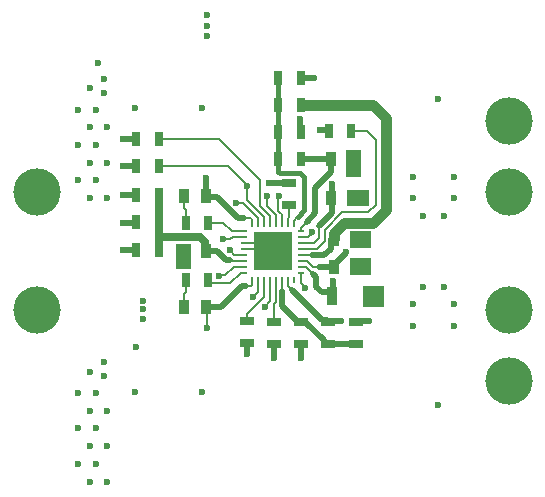
<source format=gbl>
G04*
G04 #@! TF.GenerationSoftware,Altium Limited,Altium Designer,21.9.1 (22)*
G04*
G04 Layer_Physical_Order=6*
G04 Layer_Color=16711680*
%FSLAX44Y44*%
%MOMM*%
G71*
G04*
G04 #@! TF.SameCoordinates,2345FEB6-A16B-4DA5-A685-52EC4FAC100B*
G04*
G04*
G04 #@! TF.FilePolarity,Positive*
G04*
G01*
G75*
%ADD10C,0.2000*%
%ADD22C,0.5000*%
%ADD23C,4.0000*%
%ADD24C,0.6000*%
%ADD30R,0.2300X0.6000*%
%ADD31R,0.6000X0.2300*%
%ADD32R,3.3000X3.3000*%
%ADD33R,1.3000X0.7000*%
%ADD34R,0.9000X1.6000*%
%ADD35R,0.9000X1.3000*%
%ADD36R,0.7000X1.3000*%
%ADD37C,0.7000*%
%ADD38C,0.4000*%
%ADD39C,0.9000*%
G36*
X325000Y313000D02*
X312000D01*
Y336000D01*
X325000D01*
Y313000D01*
D02*
G37*
G36*
X331000Y288000D02*
X313000D01*
Y302000D01*
X331000D01*
Y288000D01*
D02*
G37*
G36*
X333000Y253000D02*
X315071D01*
X315000Y253071D01*
Y267000D01*
X333000D01*
Y253000D01*
D02*
G37*
G36*
X181000Y235000D02*
X168000D01*
Y256392D01*
X181000D01*
Y235000D01*
D02*
G37*
G36*
X333000Y230000D02*
X315000D01*
Y244000D01*
X333000D01*
Y230000D01*
D02*
G37*
G36*
X344000Y203000D02*
X326000D01*
Y221000D01*
X344000D01*
Y203000D01*
D02*
G37*
D10*
X214000Y242000D02*
Y242500D01*
X217485Y247000D02*
X226000D01*
X214000Y242000D02*
X226000D01*
X213485Y251000D02*
X217485Y247000D01*
X283000Y265000D02*
Y266000D01*
X274000Y262000D02*
X280000D01*
X283000Y265000D01*
X254235Y284523D02*
X256257Y282500D01*
X254235Y284523D02*
Y296235D01*
X255000Y297000D01*
X320000Y190500D02*
X320500Y191000D01*
X262650Y273650D02*
Y277650D01*
X264000Y279000D02*
Y289000D01*
X262650Y277650D02*
X264000Y279000D01*
X262500Y273500D02*
X262650Y273650D01*
X225000Y291000D02*
X237500Y278500D01*
X219000Y291000D02*
X225000D01*
X228000Y293787D02*
X242500Y279287D01*
X228000Y293787D02*
Y305000D01*
X245000Y288100D02*
Y297000D01*
Y288100D02*
X252500Y280600D01*
X204485Y345000D02*
X239000Y310485D01*
Y288444D02*
Y310485D01*
Y288444D02*
X247500Y279944D01*
X242500Y273500D02*
Y279287D01*
X237500Y273500D02*
Y278500D01*
X267500Y273500D02*
Y275902D01*
X270695Y279096D01*
X270904D01*
X256257Y282500D02*
X256328D01*
X257500Y273500D02*
Y281328D01*
X256328Y282500D02*
X257500Y281328D01*
X252500Y273500D02*
Y280600D01*
X247500Y273500D02*
Y279944D01*
X208000Y260000D02*
X214082D01*
X216082Y262000D01*
X208000Y274000D02*
X215000Y267000D01*
X226000D01*
X216082Y262000D02*
X226000D01*
X226000Y278000D02*
X231178D01*
X232350Y276828D01*
Y273650D02*
Y276828D01*
Y273650D02*
X232500Y273500D01*
X274000Y267000D02*
Y270000D01*
X279000Y275000D01*
X284000Y237000D02*
X289000D01*
X279000Y242000D02*
X284000Y237000D01*
X274150Y236850D02*
X278150D01*
X284000Y231000D01*
X289000Y261000D02*
Y271385D01*
X285000Y257000D02*
X289000Y261000D01*
X293808Y258808D02*
Y268414D01*
X308393Y283000D01*
X287000Y252000D02*
X293808Y258808D01*
X228000Y169500D02*
X229743D01*
X274000Y252000D02*
X287000D01*
X308393Y283000D02*
X330393D01*
X274000Y257000D02*
X285000D01*
X274000Y237000D02*
X274150Y236850D01*
X274000Y242000D02*
X279000D01*
X282850Y247000D02*
X283350Y246500D01*
X274000Y247000D02*
X282850D01*
X329485Y352000D02*
X337000Y344485D01*
Y289607D02*
Y344485D01*
X330393Y283000D02*
X337000Y289607D01*
X316500Y352000D02*
X329485D01*
X242000Y258000D02*
X248000Y252000D01*
X242000Y258000D02*
X242000D01*
X226000Y257000D02*
X242000D01*
X248000Y252000D02*
X250000Y250000D01*
X262500Y220500D02*
X266000Y217000D01*
X262500Y220500D02*
Y225500D01*
X257500Y216500D02*
X258000Y216000D01*
X252500Y206843D02*
Y225500D01*
X251000Y205343D02*
X252500Y206843D01*
X257500Y216500D02*
Y225500D01*
X247500Y207500D02*
Y225500D01*
X243000Y203000D02*
X247500Y207500D01*
X251000Y190500D02*
Y205343D01*
X296388Y191112D02*
X297000Y190500D01*
X213799Y223000D02*
X222649Y231850D01*
X204765Y229765D02*
X209848D01*
X198000Y223000D02*
X213799D01*
X204000Y229000D02*
X204765Y229765D01*
X195500Y225500D02*
Y226000D01*
X209848Y229765D02*
X217082Y237000D01*
X195500Y225500D02*
X198000Y223000D01*
X217082Y237000D02*
X226000D01*
X225850Y231850D02*
X226000Y232000D01*
X222649Y231850D02*
X225850D01*
X226000Y247000D02*
X226000Y247000D01*
X227295Y220600D02*
X231178D01*
X227295Y220600D02*
X227295Y220600D01*
X195500Y274000D02*
X208000D01*
X233000Y211000D02*
X237500Y215500D01*
Y225500D01*
X242500Y211500D02*
Y225500D01*
X228000Y197000D02*
X242500Y211500D01*
X226000Y252000D02*
X248000D01*
X176500Y215500D02*
Y226000D01*
X174500Y203000D02*
Y213500D01*
X176500Y215500D01*
X174500Y286857D02*
Y297000D01*
X176500Y274000D02*
Y284857D01*
X174500Y286857D02*
X176500Y284857D01*
X194000Y185000D02*
Y202500D01*
X193500Y203000D02*
X194000Y202500D01*
X206000Y203000D02*
X206000Y203000D01*
X231178Y220600D02*
X232350Y221772D01*
Y225350D01*
X232500Y225500D01*
X193000Y297500D02*
X193500Y297000D01*
X212000Y322000D02*
X228000Y306000D01*
X153500Y322000D02*
X212000D01*
X153500Y345000D02*
X204485D01*
X133500Y274000D02*
X134500Y275000D01*
X228000Y191000D02*
Y197000D01*
X274000Y223082D02*
Y232000D01*
Y223082D02*
X277000Y220082D01*
Y219000D02*
Y220082D01*
D22*
X193500Y250000D02*
X202600D01*
X210100Y242500D02*
X214000D01*
X202600Y250000D02*
X210100Y242500D01*
X320691Y190809D02*
X330809D01*
X320500Y191000D02*
X320691Y190809D01*
X330809D02*
X331000Y191000D01*
X220393Y278000D02*
X226000D01*
X202571Y295822D02*
X220393Y278000D01*
X193500Y297000D02*
X194678Y295822D01*
X202571D01*
X123000Y274000D02*
X133500D01*
X286000Y282000D02*
Y304000D01*
X279000Y275000D02*
X286000Y282000D01*
X289000Y237000D02*
X301500D01*
X300500Y212000D02*
Y213178D01*
X284000Y231000D02*
X286810Y228190D01*
Y219796D02*
Y228190D01*
X301500Y239000D02*
X303500Y241000D01*
X301500Y237000D02*
Y239000D01*
X303500Y241000D02*
X304000D01*
X311809Y248809D01*
X299500Y252364D02*
Y260500D01*
X283350Y246500D02*
X293636D01*
X299500Y260500D02*
X301000Y262000D01*
X293636Y246500D02*
X299500Y252364D01*
X299672Y282056D02*
Y295000D01*
X289000Y271385D02*
X299672Y282056D01*
X286000Y304000D02*
X298947Y316947D01*
X291429Y215178D02*
X298500D01*
X286810Y219796D02*
X291429Y215178D01*
X298500D02*
X300500Y213178D01*
Y212000D02*
Y215500D01*
X300000Y295500D02*
Y307000D01*
X299500Y295000D02*
X300000Y295500D01*
X298947Y327447D02*
X299500Y328000D01*
X298947Y316947D02*
Y327447D01*
X300809Y217500D02*
Y224809D01*
X273500Y328000D02*
X299500D01*
X273191Y351309D02*
Y361809D01*
Y351309D02*
X273500Y351000D01*
X273000Y362000D02*
X273191Y361809D01*
X290000Y353000D02*
X290191Y352809D01*
X296691D01*
X297500Y352000D01*
X247000Y308000D02*
X264000D01*
X258000Y203500D02*
Y216000D01*
Y203500D02*
X270366Y191134D01*
X291500Y191500D02*
X296000D01*
X266000Y217000D02*
X291500Y191500D01*
X296000D02*
X296388Y191112D01*
X293000Y172500D02*
Y174500D01*
X294000Y171500D02*
X320000D01*
X277000Y190500D02*
X293000Y174500D01*
Y172500D02*
X294000Y171500D01*
X270366Y191134D02*
X274000D01*
Y190500D02*
X277000D01*
X297000Y190500D02*
X297309Y190809D01*
X206018Y203000D02*
X223618Y220600D01*
X227295D01*
X273500Y374000D02*
X276000D01*
X297309Y190809D02*
X307809D01*
X193500Y203000D02*
X206000D01*
X193000Y297500D02*
Y312000D01*
X273500Y397000D02*
X285000D01*
X251000Y160000D02*
Y171500D01*
X274000Y160000D02*
Y171500D01*
X228000Y163000D02*
Y169500D01*
X123000Y298000D02*
X134500D01*
X123000Y322000D02*
X134500D01*
X123000Y345000D02*
X134500D01*
X123000Y251000D02*
X134500D01*
D23*
X50000Y300000D02*
D03*
Y200000D02*
D03*
X450000Y360000D02*
D03*
Y300000D02*
D03*
Y200000D02*
D03*
Y140000D02*
D03*
D24*
X95000Y115000D02*
D03*
X85000Y130000D02*
D03*
X100000Y70000D02*
D03*
X110000Y115000D02*
D03*
X85000Y70000D02*
D03*
X110000Y85000D02*
D03*
X85000Y100000D02*
D03*
X95000Y55000D02*
D03*
X110000D02*
D03*
X95000Y85000D02*
D03*
Y148000D02*
D03*
X100000Y100000D02*
D03*
Y130000D02*
D03*
X107000Y144000D02*
D03*
Y156000D02*
D03*
X102000Y409000D02*
D03*
X133000Y131000D02*
D03*
X134000Y169000D02*
D03*
X107000Y396000D02*
D03*
Y384000D02*
D03*
X283000Y266000D02*
D03*
X255000Y297000D02*
D03*
X100000Y370000D02*
D03*
Y340000D02*
D03*
X95000Y388000D02*
D03*
Y325000D02*
D03*
X110000Y295000D02*
D03*
X95000D02*
D03*
X85000Y340000D02*
D03*
X110000Y325000D02*
D03*
X85000Y310000D02*
D03*
X110000Y355000D02*
D03*
X100000Y310000D02*
D03*
X85000Y370000D02*
D03*
X95000Y355000D02*
D03*
X178000Y239000D02*
D03*
X171000D02*
D03*
X331000Y191000D02*
D03*
X340000Y216000D02*
D03*
Y208000D02*
D03*
X329000Y241000D02*
D03*
Y233000D02*
D03*
X329000Y264000D02*
D03*
Y256000D02*
D03*
X327000Y291000D02*
D03*
X322000Y317000D02*
D03*
X140000Y201000D02*
D03*
Y193000D02*
D03*
X369000Y187000D02*
D03*
X395000Y220000D02*
D03*
X369000Y205000D02*
D03*
X377000Y220000D02*
D03*
X403000Y187000D02*
D03*
Y205000D02*
D03*
X369000Y295000D02*
D03*
Y313000D02*
D03*
X395000Y280000D02*
D03*
X403000Y295000D02*
D03*
X377000Y280000D02*
D03*
X403000Y313000D02*
D03*
X140000Y208000D02*
D03*
X194000Y450000D02*
D03*
Y432000D02*
D03*
X219000Y291000D02*
D03*
X245000Y297000D02*
D03*
X208000Y260000D02*
D03*
X300000Y307000D02*
D03*
X300809Y224809D02*
D03*
X312000Y249000D02*
D03*
X273000Y362000D02*
D03*
X290000Y353000D02*
D03*
X258000Y241000D02*
D03*
Y258000D02*
D03*
X242000D02*
D03*
Y241000D02*
D03*
X247000Y308000D02*
D03*
X307809Y190809D02*
D03*
X390000Y120000D02*
D03*
X204000Y229000D02*
D03*
X213485Y251000D02*
D03*
X194000Y185000D02*
D03*
X193000Y312000D02*
D03*
X228000Y305000D02*
D03*
X233000Y211000D02*
D03*
X190000Y371000D02*
D03*
X123000Y274000D02*
D03*
X390000Y379000D02*
D03*
X190000Y131000D02*
D03*
X133000Y370900D02*
D03*
X194000Y441000D02*
D03*
X285000Y397000D02*
D03*
X315000Y317000D02*
D03*
X327000Y299000D02*
D03*
X251000Y160000D02*
D03*
X274000Y160000D02*
D03*
X228000Y163000D02*
D03*
X123000Y298000D02*
D03*
Y322000D02*
D03*
Y345000D02*
D03*
Y251000D02*
D03*
X277000Y219000D02*
D03*
X243000Y203000D02*
D03*
D30*
X247500Y273500D02*
D03*
X242500D02*
D03*
X237500D02*
D03*
X232500D02*
D03*
Y225500D02*
D03*
X247500D02*
D03*
X242500D02*
D03*
X237500D02*
D03*
X252500Y273500D02*
D03*
X257500D02*
D03*
X262500D02*
D03*
X252500Y225500D02*
D03*
X257500D02*
D03*
X262500D02*
D03*
X267500D02*
D03*
Y273500D02*
D03*
D31*
X226000Y267000D02*
D03*
Y262000D02*
D03*
Y257000D02*
D03*
Y252000D02*
D03*
Y247000D02*
D03*
Y242000D02*
D03*
Y237000D02*
D03*
Y232000D02*
D03*
X274000D02*
D03*
Y237000D02*
D03*
Y242000D02*
D03*
Y247000D02*
D03*
Y252000D02*
D03*
Y257000D02*
D03*
Y262000D02*
D03*
Y267000D02*
D03*
D32*
X250000Y250000D02*
D03*
D33*
X228000Y191000D02*
D03*
Y172000D02*
D03*
X251000Y171500D02*
D03*
Y190500D02*
D03*
X274000Y190500D02*
D03*
Y171500D02*
D03*
X297000Y171500D02*
D03*
Y190500D02*
D03*
X320000Y190500D02*
D03*
Y171500D02*
D03*
X264000Y289000D02*
D03*
Y308000D02*
D03*
D34*
X300500Y212000D02*
D03*
X331500D02*
D03*
D35*
X320500Y237000D02*
D03*
X301500D02*
D03*
X301500Y260000D02*
D03*
X320500D02*
D03*
X318500Y295000D02*
D03*
X299500D02*
D03*
X299500Y328000D02*
D03*
X318500D02*
D03*
X193500Y203000D02*
D03*
X174500D02*
D03*
X174500Y250000D02*
D03*
X193500D02*
D03*
X174500Y297000D02*
D03*
X193500D02*
D03*
D36*
X316500Y352000D02*
D03*
X297500D02*
D03*
X254500Y328000D02*
D03*
X273500D02*
D03*
X254500Y351000D02*
D03*
X273500D02*
D03*
X254500Y374000D02*
D03*
X273500D02*
D03*
X273500Y397000D02*
D03*
X254500D02*
D03*
X195500Y226000D02*
D03*
X176500D02*
D03*
X195500Y274000D02*
D03*
X176500D02*
D03*
X153500Y251000D02*
D03*
X134500D02*
D03*
X134500Y275000D02*
D03*
X153500D02*
D03*
X153500Y298000D02*
D03*
X134500D02*
D03*
X153500Y322000D02*
D03*
X134500D02*
D03*
X153500Y345000D02*
D03*
X134500D02*
D03*
D37*
X153500Y262000D02*
X188400D01*
X192500Y257899D01*
Y251000D02*
Y257899D01*
X153500Y262000D02*
Y275000D01*
Y251000D02*
Y262000D01*
X192500Y251000D02*
X193500Y250000D01*
X153500Y275000D02*
X153500Y275000D01*
X153500Y275000D02*
Y298000D01*
Y275000D02*
X153500Y275000D01*
D38*
X270904Y279096D02*
X276500Y284692D01*
Y312657D01*
X273157Y316000D02*
X276500Y312657D01*
X255672Y316000D02*
X273157D01*
X254500Y351000D02*
Y374000D01*
Y397000D01*
Y328000D02*
Y351000D01*
X254500Y317172D02*
Y328000D01*
Y317172D02*
X255672Y316000D01*
D39*
X310000Y274000D02*
X335000D01*
X301500Y265500D02*
X310000Y274000D01*
X301500Y260000D02*
Y265500D01*
X335000Y274000D02*
X346000Y285000D01*
Y363000D01*
X335000Y374000D02*
X346000Y363000D01*
X276000Y374000D02*
X335000D01*
M02*

</source>
